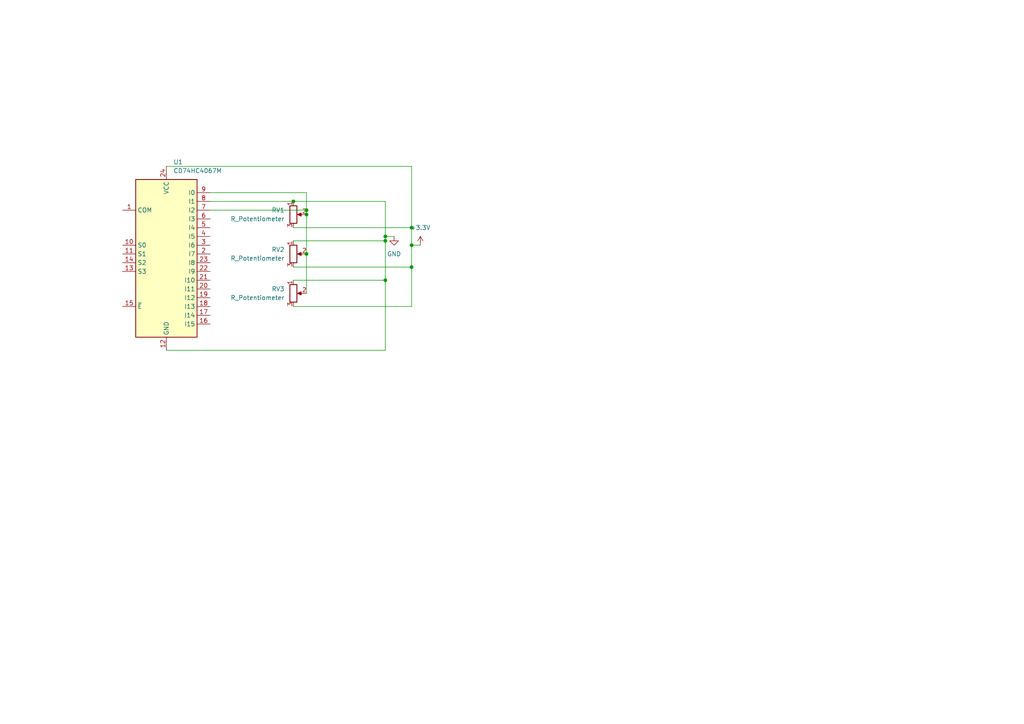
<source format=kicad_sch>
(kicad_sch (version 20211123) (generator eeschema)
  (paper "A4")
  (lib_symbols
    (symbol "74xx:CD74HC4067M"
      (property "Reference" "U" (at -8.89 22.86 0))
      (property "Value" "CD74HC4067M" (at 1.27 22.86 0))
      (symbol "CD74HC4067M_0_1"
        (rectangle (start -8.89 21.59) (end 8.89 -24.13) (stroke (width 0.254)) (fill (type background)))
      )
      (symbol "CD74HC4067M_1_1"
        (pin passive line (at -12.7 12.7 0) (length 3.81) (name "COM") (number "1"))
        (pin input line (at -12.7 2.54 0) (length 3.81) (name "S0") (number "10"))
        (pin input line (at -12.7 0 0) (length 3.81) (name "S1") (number "11"))
        (pin power_in line (at 0 -27.94 90) (length 3.81) (name "GND") (number "12"))
        (pin input line (at -12.7 -5.08 0) (length 3.81) (name "S3") (number "13"))
        (pin input line (at -12.7 -2.54 0) (length 3.81) (name "S2") (number "14"))
        (pin input line (at -12.7 -15.24 0) (length 3.81) (name "~{E}") (number "15"))
        (pin passive line (at 12.7 -20.32 180) (length 3.81) (name "I15") (number "16"))
        (pin passive line (at 12.7 -17.78 180) (length 3.81) (name "I14") (number "17"))
        (pin passive line (at 12.7 -15.24 180) (length 3.81) (name "I13") (number "18"))
        (pin passive line (at 12.7 -12.7 180) (length 3.81) (name "I12") (number "19"))
        (pin passive line (at 12.7 0 180) (length 3.81) (name "I7") (number "2"))
        (pin passive line (at 12.7 -10.16 180) (length 3.81) (name "I11") (number "20"))
        (pin passive line (at 12.7 -7.62 180) (length 3.81) (name "I10") (number "21"))
        (pin passive line (at 12.7 -5.08 180) (length 3.81) (name "I9") (number "22"))
        (pin passive line (at 12.7 -2.54 180) (length 3.81) (name "I8") (number "23"))
        (pin power_in line (at 0 25.4 270) (length 3.81) (name "VCC") (number "24"))
        (pin passive line (at 12.7 2.54 180) (length 3.81) (name "I6") (number "3"))
        (pin passive line (at 12.7 5.08 180) (length 3.81) (name "I5") (number "4"))
        (pin passive line (at 12.7 7.62 180) (length 3.81) (name "I4") (number "5"))
        (pin passive line (at 12.7 10.16 180) (length 3.81) (name "I3") (number "6"))
        (pin passive line (at 12.7 12.7 180) (length 3.81) (name "I2") (number "7"))
        (pin passive line (at 12.7 15.24 180) (length 3.81) (name "I1") (number "8"))
        (pin passive line (at 12.7 17.78 180) (length 3.81) (name "I0") (number "9"))
      )
    )
    (symbol "Device:R_Potentiometer" (pin_names (offset 1.016) hide)
      (property "Reference" "RV" (at -4.445 0 90))
      (property "Value" "R_Potentiometer" (at -2.54 0 90))
      (symbol "R_Potentiometer_0_1"
        (polyline (pts (xy 2.54 0) (xy 1.524 0)))
        (polyline (pts (xy 1.143 0) (xy 2.286 0.508) (xy 2.286 -0.508) (xy 1.143 0)) (fill (type outline)))
        (rectangle (start 1.016 2.54) (end -1.016 -2.54) (stroke (width 0.254)))
      )
      (symbol "R_Potentiometer_1_1"
        (pin passive line (at 0 3.81 270) (length 1.27) (name "1") (number "1"))
        (pin passive line (at 3.81 0 180) (length 1.27) (name "2") (number "2"))
        (pin passive line (at 0 -3.81 90) (length 1.27) (name "3") (number "3"))
      )
    )
    (symbol "power:+3.3V" (power) (pin_names (offset 0))
      (property "Value" "+3.3V" (at 0 3.556 0))
      (symbol "+3.3V_0_1"
        (polyline (pts (xy -0.762 1.27) (xy 0 2.54)))
        (polyline (pts (xy 0 0) (xy 0 2.54)))
        (polyline (pts (xy 0 2.54) (xy 0.762 1.27)))
      )
      (symbol "+3.3V_1_1"
        (pin power_in line (at 0 0 90) (length 0) hide (name "+3.3V") (number "1"))
      )
    )
    (symbol "power:GND" (power) (pin_names (offset 0))
      (property "Value" "GND" (at 0 -3.81 0))
      (symbol "GND_0_1"
        (polyline (pts (xy 0 0) (xy 0 -1.27) (xy 1.27 -1.27) (xy 0 -2.54) (xy -1.27 -1.27) (xy 0 -1.27)))
      )
      (symbol "GND_1_1"
        (pin power_in line (at 0 0 270) (length 0) hide (name "GND") (number "1"))
      )
    )
  )
  (junction (at 119.38 66.04))
  (junction (at 111.76 81.28))
  (junction (at 111.76 69.85))
  (junction (at 88.9 60.96))
  (junction (at 119.38 77.47))
  (junction (at 119.38 71.12))
  (junction (at 88.9 73.66))
  (junction (at 85.09 58.42))
  (junction (at 111.76 68.58))
  (junction (at 88.9 62.23))
  (wire (pts (xy 119.38 66.04) (xy 119.38 71.12)))
  (wire (pts (xy 48.26 101.6) (xy 111.76 101.6)))
  (wire (pts (xy 85.09 69.85) (xy 111.76 69.85)))
  (wire (pts (xy 88.9 55.88) (xy 60.96 55.88)))
  (wire (pts (xy 85.09 77.47) (xy 119.38 77.47)))
  (wire (pts (xy 85.09 58.42) (xy 111.76 58.42)))
  (wire (pts (xy 114.3 68.58) (xy 111.76 68.58)))
  (wire (pts (xy 85.09 88.9) (xy 119.38 88.9)))
  (wire (pts (xy 88.9 73.66) (xy 88.9 85.09)))
  (wire (pts (xy 60.96 58.42) (xy 85.09 58.42)))
  (wire (pts (xy 88.9 55.88) (xy 88.9 60.96)))
  (wire (pts (xy 88.9 62.23) (xy 88.9 73.66)))
  (wire (pts (xy 119.38 71.12) (xy 119.38 77.47)))
  (wire (pts (xy 111.76 69.85) (xy 111.76 81.28)))
  (wire (pts (xy 85.09 66.04) (xy 119.38 66.04)))
  (wire (pts (xy 111.76 81.28) (xy 111.76 101.6)))
  (wire (pts (xy 119.38 48.26) (xy 119.38 66.04)))
  (wire (pts (xy 121.92 71.12) (xy 119.38 71.12)))
  (wire (pts (xy 111.76 69.85) (xy 111.76 68.58)))
  (wire (pts (xy 88.9 60.96) (xy 88.9 62.23)))
  (wire (pts (xy 48.26 48.26) (xy 119.38 48.26)))
  (wire (pts (xy 111.76 58.42) (xy 111.76 68.58)))
  (wire (pts (xy 60.96 60.96) (xy 88.9 60.96)))
  (wire (pts (xy 119.38 77.47) (xy 119.38 88.9)))
  (wire (pts (xy 85.09 81.28) (xy 111.76 81.28)))
  (symbol (lib_id "74xx:CD74HC4067M") (at 48.26 73.66 0) (unit 1)
    (property "Reference" "U1" (at 50.2794 46.99 0) (effects (justify left)))
    (property "Value" "CD74HC4067M" (at 50.2794 49.53 0) (effects (justify left)))
    (property "Footprint" "Package_SO:SOIC-24W_7.5x15.4mm_P1.27mm" (effects hide))
    (property "Datasheet" "http://www.ti.com/lit/ds/symlink/cd74hc4067.pdf" (effects hide))
  )
  (symbol (lib_id "Device:R_Potentiometer") (at 85.09 73.66 0) (unit 1)
    (property "Reference" "RV2" (at 82.55 72.3899 0) (effects (justify right)))
    (property "Value" "R_Potentiometer" (at 82.55 74.9299 0) (effects (justify right)))
  )
  (symbol (lib_id "Device:R_Potentiometer") (at 85.09 85.09 0) (unit 1)
    (property "Reference" "RV3" (at 82.55 83.8199 0) (effects (justify right)))
    (property "Value" "R_Potentiometer" (at 82.55 86.3599 0) (effects (justify right)))
  )
  (symbol (lib_id "Device:R_Potentiometer") (at 85.09 62.23 0) (unit 1)
    (property "Reference" "RV1" (at 82.55 60.9599 0) (effects (justify right)))
    (property "Value" "R_Potentiometer" (at 82.55 63.4999 0) (effects (justify right)))
  )
  (symbol (lib_id "power:GND") (at 114.3 68.58 0) (unit 1)
    (property "Reference" "#PWR0101" (effects hide))
    (property "Value" "GND" (at 114.3 73.66 0))
  )
  (symbol (lib_id "power:+3.3V") (at 121.92 71.12 0) (unit 1)
    (property "Reference" "#PWR0102" (effects hide))
    (property "Value" "+3.3V" (at 121.92 66.04 0))
  )
)
</source>
